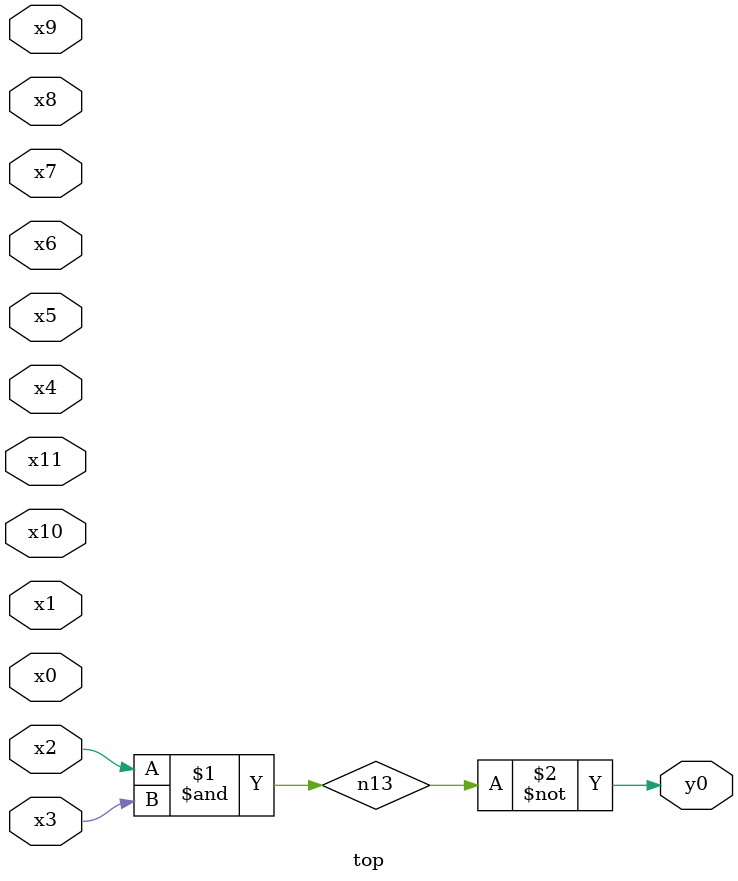
<source format=v>
module top( x0 , x1 , x2 , x3 , x4 , x5 , x6 , x7 , x8 , x9 , x10 , x11 , y0 );
  input x0 , x1 , x2 , x3 , x4 , x5 , x6 , x7 , x8 , x9 , x10 , x11 ;
  output y0 ;
  wire n13 ;
  assign n13 = x2 & x3 ;
  assign y0 = ~n13 ;
endmodule

</source>
